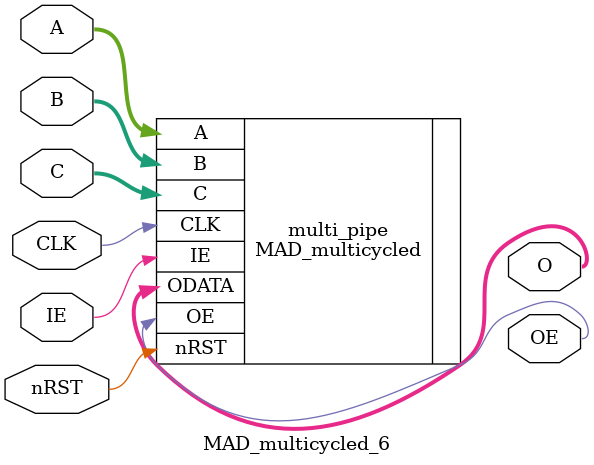
<source format=v>
`include "system_defines.vh"

module MAD_multicycled_6 (
	input					CLK,	// clock
	input					nRST,	// reset (active low)
	input					IE,		// input enable
	input	[31:0]			A,		// A
	input	[31:0]			B,		// B
	input	[31:0]			C,		// C
	output					OE,		// output enable
	output	[31:0]			O		// output
);

// definition & assignment ---------------------------------------------------

// implementation ------------------------------------------------------------
MAD_multicycled #(
	.CYCLE		(6)
) multi_pipe (
	.CLK		(CLK),
	.nRST		(nRST),
	.IE			(IE),
	.A			(A),
	.B			(B),
	.C			(C),
	.OE			(OE),
	.ODATA		(O)
);

endmodule

</source>
